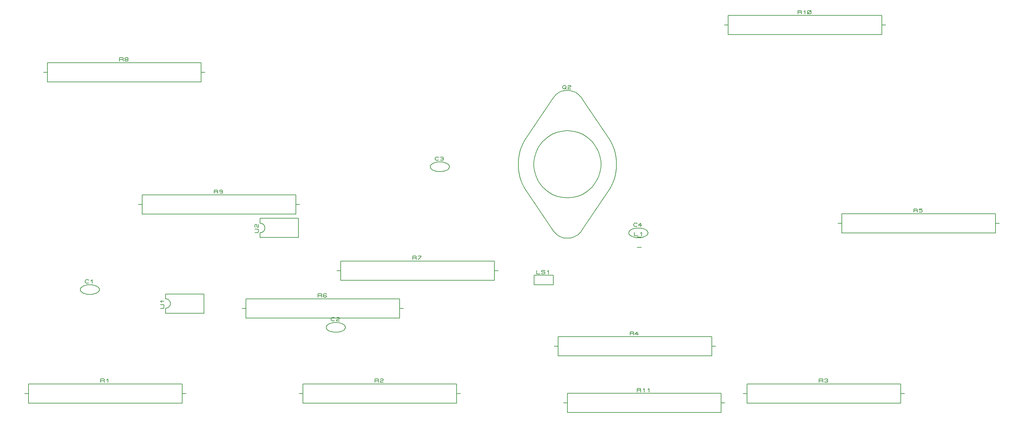
<source format=gbr>
G04 PROTEUS GERBER X2 FILE*
%TF.GenerationSoftware,Labcenter,Proteus,8.13-SP0-Build31525*%
%TF.CreationDate,2025-12-25T14:29:14+00:00*%
%TF.FileFunction,Legend,Top*%
%TF.FilePolarity,Positive*%
%TF.Part,Single*%
%TF.SameCoordinates,{db0003a8-45e4-4f23-9e85-8f5fa2e6f16b}*%
%FSLAX45Y45*%
%MOMM*%
G01*
%TA.AperFunction,Material*%
%ADD19C,0.203200*%
%ADD70C,0.200000*%
%TD.AperFunction*%
D19*
X-10131000Y+3750000D02*
X-10125920Y+3775876D01*
X-10111315Y+3799848D01*
X-10088138Y+3821438D01*
X-10057340Y+3840170D01*
X-10019875Y+3855569D01*
X-9976695Y+3867158D01*
X-9928752Y+3874460D01*
X-9877000Y+3877000D01*
X-9623000Y+3750000D02*
X-9628080Y+3775876D01*
X-9642685Y+3799848D01*
X-9665862Y+3821438D01*
X-9696660Y+3840170D01*
X-9734125Y+3855569D01*
X-9777305Y+3867158D01*
X-9825248Y+3874460D01*
X-9877000Y+3877000D01*
X-10131000Y+3750000D02*
X-10125920Y+3724124D01*
X-10111315Y+3700152D01*
X-10088138Y+3678562D01*
X-10057340Y+3659830D01*
X-10019875Y+3644431D01*
X-9976695Y+3632842D01*
X-9928752Y+3625540D01*
X-9877000Y+3623000D01*
X-9623000Y+3750000D02*
X-9628080Y+3724124D01*
X-9642685Y+3700152D01*
X-9665862Y+3678562D01*
X-9696660Y+3659830D01*
X-9734125Y+3644431D01*
X-9777305Y+3632842D01*
X-9825248Y+3625540D01*
X-9877000Y+3623000D01*
X-9908750Y+3932880D02*
X-9924625Y+3917640D01*
X-9972250Y+3917640D01*
X-10004000Y+3948120D01*
X-10004000Y+3978600D01*
X-9972250Y+4009080D01*
X-9924625Y+4009080D01*
X-9908750Y+3993840D01*
X-9845250Y+3978600D02*
X-9813500Y+4009080D01*
X-9813500Y+3917640D01*
X-3627000Y+2750000D02*
X-3621920Y+2775876D01*
X-3607315Y+2799848D01*
X-3584138Y+2821438D01*
X-3553340Y+2840170D01*
X-3515875Y+2855569D01*
X-3472695Y+2867158D01*
X-3424752Y+2874460D01*
X-3373000Y+2877000D01*
X-3119000Y+2750000D02*
X-3124080Y+2775876D01*
X-3138685Y+2799848D01*
X-3161862Y+2821438D01*
X-3192660Y+2840170D01*
X-3230125Y+2855569D01*
X-3273305Y+2867158D01*
X-3321248Y+2874460D01*
X-3373000Y+2877000D01*
X-3627000Y+2750000D02*
X-3621920Y+2724124D01*
X-3607315Y+2700152D01*
X-3584138Y+2678562D01*
X-3553340Y+2659830D01*
X-3515875Y+2644431D01*
X-3472695Y+2632842D01*
X-3424752Y+2625540D01*
X-3373000Y+2623000D01*
X-3119000Y+2750000D02*
X-3124080Y+2724124D01*
X-3138685Y+2700152D01*
X-3161862Y+2678562D01*
X-3192660Y+2659830D01*
X-3230125Y+2644431D01*
X-3273305Y+2632842D01*
X-3321248Y+2625540D01*
X-3373000Y+2623000D01*
X-3404750Y+2932880D02*
X-3420625Y+2917640D01*
X-3468250Y+2917640D01*
X-3500000Y+2948120D01*
X-3500000Y+2978600D01*
X-3468250Y+3009080D01*
X-3420625Y+3009080D01*
X-3404750Y+2993840D01*
X-3357125Y+2993840D02*
X-3341250Y+3009080D01*
X-3293625Y+3009080D01*
X-3277750Y+2993840D01*
X-3277750Y+2978600D01*
X-3293625Y+2963360D01*
X-3341250Y+2963360D01*
X-3357125Y+2948120D01*
X-3357125Y+2917640D01*
X-3277750Y+2917640D01*
X-877000Y+7000000D02*
X-871920Y+7025876D01*
X-857315Y+7049848D01*
X-834138Y+7071438D01*
X-803340Y+7090170D01*
X-765875Y+7105569D01*
X-722695Y+7117158D01*
X-674752Y+7124460D01*
X-623000Y+7127000D01*
X-369000Y+7000000D02*
X-374080Y+7025876D01*
X-388685Y+7049848D01*
X-411862Y+7071438D01*
X-442660Y+7090170D01*
X-480125Y+7105569D01*
X-523305Y+7117158D01*
X-571248Y+7124460D01*
X-623000Y+7127000D01*
X-877000Y+7000000D02*
X-871920Y+6974124D01*
X-857315Y+6950152D01*
X-834138Y+6928562D01*
X-803340Y+6909830D01*
X-765875Y+6894431D01*
X-722695Y+6882842D01*
X-674752Y+6875540D01*
X-623000Y+6873000D01*
X-369000Y+7000000D02*
X-374080Y+6974124D01*
X-388685Y+6950152D01*
X-411862Y+6928562D01*
X-442660Y+6909830D01*
X-480125Y+6894431D01*
X-523305Y+6882842D01*
X-571248Y+6875540D01*
X-623000Y+6873000D01*
X-654750Y+7182880D02*
X-670625Y+7167640D01*
X-718250Y+7167640D01*
X-750000Y+7198120D01*
X-750000Y+7228600D01*
X-718250Y+7259080D01*
X-670625Y+7259080D01*
X-654750Y+7243840D01*
X-607125Y+7243840D02*
X-591250Y+7259080D01*
X-543625Y+7259080D01*
X-527750Y+7243840D01*
X-527750Y+7228600D01*
X-543625Y+7213360D01*
X-527750Y+7198120D01*
X-527750Y+7182880D01*
X-543625Y+7167640D01*
X-591250Y+7167640D01*
X-607125Y+7182880D01*
X-575375Y+7213360D02*
X-543625Y+7213360D01*
X+4373000Y+5250000D02*
X+4378080Y+5275876D01*
X+4392685Y+5299848D01*
X+4415862Y+5321438D01*
X+4446660Y+5340170D01*
X+4484125Y+5355569D01*
X+4527305Y+5367158D01*
X+4575248Y+5374460D01*
X+4627000Y+5377000D01*
X+4881000Y+5250000D02*
X+4875920Y+5275876D01*
X+4861315Y+5299848D01*
X+4838138Y+5321438D01*
X+4807340Y+5340170D01*
X+4769875Y+5355569D01*
X+4726695Y+5367158D01*
X+4678752Y+5374460D01*
X+4627000Y+5377000D01*
X+4373000Y+5250000D02*
X+4378080Y+5224124D01*
X+4392685Y+5200152D01*
X+4415862Y+5178562D01*
X+4446660Y+5159830D01*
X+4484125Y+5144431D01*
X+4527305Y+5132842D01*
X+4575248Y+5125540D01*
X+4627000Y+5123000D01*
X+4881000Y+5250000D02*
X+4875920Y+5224124D01*
X+4861315Y+5200152D01*
X+4838138Y+5178562D01*
X+4807340Y+5159830D01*
X+4769875Y+5144431D01*
X+4726695Y+5132842D01*
X+4678752Y+5125540D01*
X+4627000Y+5123000D01*
X+4595250Y+5432880D02*
X+4579375Y+5417640D01*
X+4531750Y+5417640D01*
X+4500000Y+5448120D01*
X+4500000Y+5478600D01*
X+4531750Y+5509080D01*
X+4579375Y+5509080D01*
X+4595250Y+5493840D01*
X+4722250Y+5448120D02*
X+4627000Y+5448120D01*
X+4690500Y+5509080D01*
X+4690500Y+5417640D01*
D70*
X+4595000Y+4865000D02*
X+4705000Y+4865000D01*
X+4595000Y+5135000D02*
X+4705000Y+5135000D01*
D19*
X+4523000Y+5266920D02*
X+4523000Y+5175480D01*
X+4618250Y+5175480D01*
X+4681750Y+5236440D02*
X+4713500Y+5266920D01*
X+4713500Y+5175480D01*
X+1873000Y+3873000D02*
X+2381000Y+3873000D01*
X+2381000Y+4127000D01*
X+1873000Y+4127000D01*
X+1873000Y+3873000D01*
X+1936500Y+4259080D02*
X+1936500Y+4167640D01*
X+2031750Y+4167640D01*
X+2063500Y+4182880D02*
X+2079375Y+4167640D01*
X+2142875Y+4167640D01*
X+2158750Y+4182880D01*
X+2158750Y+4198120D01*
X+2142875Y+4213360D01*
X+2079375Y+4213360D01*
X+2063500Y+4228600D01*
X+2063500Y+4243840D01*
X+2079375Y+4259080D01*
X+2142875Y+4259080D01*
X+2158750Y+4243840D01*
X+2222250Y+4228600D02*
X+2254000Y+4259080D01*
X+2254000Y+4167640D01*
X+3639000Y+7064580D02*
X+3636521Y+7130922D01*
X+3616435Y+7263608D01*
X+3574795Y+7396294D01*
X+3508059Y+7528980D01*
X+3408642Y+7661666D01*
X+3277464Y+7780194D01*
X+3144778Y+7861117D01*
X+3012092Y+7914067D01*
X+2879406Y+7944111D01*
X+2750000Y+7953580D01*
X+1861000Y+7064580D02*
X+1863479Y+7130922D01*
X+1883565Y+7263608D01*
X+1925205Y+7396294D01*
X+1991941Y+7528980D01*
X+2091358Y+7661666D01*
X+2222536Y+7780194D01*
X+2355222Y+7861117D01*
X+2487908Y+7914067D01*
X+2620594Y+7944111D01*
X+2750000Y+7953580D01*
X+1861000Y+7064580D02*
X+1863479Y+6998238D01*
X+1883565Y+6865552D01*
X+1925205Y+6732866D01*
X+1991941Y+6600180D01*
X+2091358Y+6467494D01*
X+2222536Y+6348966D01*
X+2355222Y+6268043D01*
X+2487908Y+6215093D01*
X+2620594Y+6185049D01*
X+2750000Y+6175580D01*
X+3639000Y+7064580D02*
X+3636521Y+6998238D01*
X+3616435Y+6865552D01*
X+3574795Y+6732866D01*
X+3508059Y+6600180D01*
X+3408642Y+6467494D01*
X+3277464Y+6348966D01*
X+3144778Y+6268043D01*
X+3012092Y+6215093D01*
X+2879406Y+6185049D01*
X+2750000Y+6175580D01*
X+3156400Y+8771460D02*
X+3867600Y+7717360D01*
X+2369000Y+8809560D02*
X+2399748Y+8855082D01*
X+2436389Y+8896079D01*
X+2478389Y+8932075D01*
X+2525210Y+8962595D01*
X+2576318Y+8987162D01*
X+2631176Y+9005299D01*
X+2689248Y+9016530D01*
X+2750000Y+9020380D01*
X+3156400Y+8771460D02*
X+3123623Y+8826641D01*
X+3084685Y+8875719D01*
X+3040091Y+8918309D01*
X+2990348Y+8954022D01*
X+2935961Y+8982473D01*
X+2877437Y+9003275D01*
X+2815281Y+9016039D01*
X+2750000Y+9020380D01*
X+4045400Y+7064580D02*
X+4042448Y+6974023D01*
X+4033692Y+6885431D01*
X+4019280Y+6799100D01*
X+3999362Y+6715330D01*
X+3974086Y+6634417D01*
X+3943602Y+6556659D01*
X+3908056Y+6482354D01*
X+3867600Y+6411800D01*
X+4045400Y+7064580D02*
X+4042448Y+7155137D01*
X+4033692Y+7243729D01*
X+4019280Y+7330060D01*
X+3999362Y+7413830D01*
X+3974086Y+7494743D01*
X+3943602Y+7572501D01*
X+3908056Y+7646806D01*
X+3867600Y+7717360D01*
X+3143700Y+5329760D02*
X+3111156Y+5282343D01*
X+3072898Y+5239511D01*
X+3029400Y+5201798D01*
X+2981140Y+5169740D01*
X+2928594Y+5143874D01*
X+2872238Y+5124734D01*
X+2812548Y+5112858D01*
X+2750000Y+5108780D01*
X+2356300Y+5345000D02*
X+2387281Y+5294011D01*
X+2424602Y+5248083D01*
X+2467698Y+5207751D01*
X+2516002Y+5173550D01*
X+2568950Y+5146017D01*
X+2625976Y+5125687D01*
X+2686515Y+5113096D01*
X+2750000Y+5108780D01*
X+1632400Y+6409260D02*
X+2356300Y+5345000D01*
X+3867600Y+6411800D02*
X+3143700Y+5329760D01*
X+2369000Y+8809560D02*
X+1632400Y+7717360D01*
X+1454600Y+7064580D02*
X+1457552Y+6974018D01*
X+1466308Y+6885391D01*
X+1480720Y+6798966D01*
X+1500638Y+6715012D01*
X+1525914Y+6633797D01*
X+1556398Y+6555588D01*
X+1591944Y+6480653D01*
X+1632400Y+6409260D01*
X+1454600Y+7064580D02*
X+1457552Y+7155137D01*
X+1466308Y+7243729D01*
X+1480720Y+7330060D01*
X+1500638Y+7413830D01*
X+1525914Y+7494743D01*
X+1556398Y+7572501D01*
X+1591944Y+7646806D01*
X+1632400Y+7717360D01*
X+2623000Y+9121980D02*
X+2654750Y+9152460D01*
X+2686500Y+9152460D01*
X+2718250Y+9121980D01*
X+2718250Y+9091500D01*
X+2686500Y+9061020D01*
X+2654750Y+9061020D01*
X+2623000Y+9091500D01*
X+2623000Y+9121980D01*
X+2686500Y+9091500D02*
X+2718250Y+9061020D01*
X+2765875Y+9137220D02*
X+2781750Y+9152460D01*
X+2829375Y+9152460D01*
X+2845250Y+9137220D01*
X+2845250Y+9121980D01*
X+2829375Y+9106740D01*
X+2781750Y+9106740D01*
X+2765875Y+9091500D01*
X+2765875Y+9061020D01*
X+2845250Y+9061020D01*
X-11597600Y+1000000D02*
X-11496000Y+1000000D01*
X-11496000Y+746000D02*
X-7432000Y+746000D01*
X-7432000Y+1254000D01*
X-11496000Y+1254000D01*
X-11496000Y+746000D01*
X-7432000Y+1000000D02*
X-7330400Y+1000000D01*
X-9591000Y+1294640D02*
X-9591000Y+1386080D01*
X-9511625Y+1386080D01*
X-9495750Y+1370840D01*
X-9495750Y+1355600D01*
X-9511625Y+1340360D01*
X-9591000Y+1340360D01*
X-9511625Y+1340360D02*
X-9495750Y+1325120D01*
X-9495750Y+1294640D01*
X-9432250Y+1355600D02*
X-9400500Y+1386080D01*
X-9400500Y+1294640D01*
X-4347600Y+1000000D02*
X-4246000Y+1000000D01*
X-4246000Y+746000D02*
X-182000Y+746000D01*
X-182000Y+1254000D01*
X-4246000Y+1254000D01*
X-4246000Y+746000D01*
X-182000Y+1000000D02*
X-80400Y+1000000D01*
X-2341000Y+1294640D02*
X-2341000Y+1386080D01*
X-2261625Y+1386080D01*
X-2245750Y+1370840D01*
X-2245750Y+1355600D01*
X-2261625Y+1340360D01*
X-2341000Y+1340360D01*
X-2261625Y+1340360D02*
X-2245750Y+1325120D01*
X-2245750Y+1294640D01*
X-2198125Y+1370840D02*
X-2182250Y+1386080D01*
X-2134625Y+1386080D01*
X-2118750Y+1370840D01*
X-2118750Y+1355600D01*
X-2134625Y+1340360D01*
X-2182250Y+1340360D01*
X-2198125Y+1325120D01*
X-2198125Y+1294640D01*
X-2118750Y+1294640D01*
X+7402400Y+1000000D02*
X+7504000Y+1000000D01*
X+7504000Y+746000D02*
X+11568000Y+746000D01*
X+11568000Y+1254000D01*
X+7504000Y+1254000D01*
X+7504000Y+746000D01*
X+11568000Y+1000000D02*
X+11669600Y+1000000D01*
X+9409000Y+1294640D02*
X+9409000Y+1386080D01*
X+9488375Y+1386080D01*
X+9504250Y+1370840D01*
X+9504250Y+1355600D01*
X+9488375Y+1340360D01*
X+9409000Y+1340360D01*
X+9488375Y+1340360D02*
X+9504250Y+1325120D01*
X+9504250Y+1294640D01*
X+9551875Y+1370840D02*
X+9567750Y+1386080D01*
X+9615375Y+1386080D01*
X+9631250Y+1370840D01*
X+9631250Y+1355600D01*
X+9615375Y+1340360D01*
X+9631250Y+1325120D01*
X+9631250Y+1309880D01*
X+9615375Y+1294640D01*
X+9567750Y+1294640D01*
X+9551875Y+1309880D01*
X+9583625Y+1340360D02*
X+9615375Y+1340360D01*
X+2402400Y+2250000D02*
X+2504000Y+2250000D01*
X+2504000Y+1996000D02*
X+6568000Y+1996000D01*
X+6568000Y+2504000D01*
X+2504000Y+2504000D01*
X+2504000Y+1996000D01*
X+6568000Y+2250000D02*
X+6669600Y+2250000D01*
X+4409000Y+2544640D02*
X+4409000Y+2636080D01*
X+4488375Y+2636080D01*
X+4504250Y+2620840D01*
X+4504250Y+2605600D01*
X+4488375Y+2590360D01*
X+4409000Y+2590360D01*
X+4488375Y+2590360D02*
X+4504250Y+2575120D01*
X+4504250Y+2544640D01*
X+4631250Y+2575120D02*
X+4536000Y+2575120D01*
X+4599500Y+2636080D01*
X+4599500Y+2544640D01*
X+9902400Y+5500000D02*
X+10004000Y+5500000D01*
X+10004000Y+5246000D02*
X+14068000Y+5246000D01*
X+14068000Y+5754000D01*
X+10004000Y+5754000D01*
X+10004000Y+5246000D01*
X+14068000Y+5500000D02*
X+14169600Y+5500000D01*
X+11909000Y+5794640D02*
X+11909000Y+5886080D01*
X+11988375Y+5886080D01*
X+12004250Y+5870840D01*
X+12004250Y+5855600D01*
X+11988375Y+5840360D01*
X+11909000Y+5840360D01*
X+11988375Y+5840360D02*
X+12004250Y+5825120D01*
X+12004250Y+5794640D01*
X+12131250Y+5886080D02*
X+12051875Y+5886080D01*
X+12051875Y+5855600D01*
X+12115375Y+5855600D01*
X+12131250Y+5840360D01*
X+12131250Y+5809880D01*
X+12115375Y+5794640D01*
X+12067750Y+5794640D01*
X+12051875Y+5809880D01*
X-5847600Y+3250000D02*
X-5746000Y+3250000D01*
X-5746000Y+2996000D02*
X-1682000Y+2996000D01*
X-1682000Y+3504000D01*
X-5746000Y+3504000D01*
X-5746000Y+2996000D01*
X-1682000Y+3250000D02*
X-1580400Y+3250000D01*
X-3841000Y+3544640D02*
X-3841000Y+3636080D01*
X-3761625Y+3636080D01*
X-3745750Y+3620840D01*
X-3745750Y+3605600D01*
X-3761625Y+3590360D01*
X-3841000Y+3590360D01*
X-3761625Y+3590360D02*
X-3745750Y+3575120D01*
X-3745750Y+3544640D01*
X-3618750Y+3620840D02*
X-3634625Y+3636080D01*
X-3682250Y+3636080D01*
X-3698125Y+3620840D01*
X-3698125Y+3559880D01*
X-3682250Y+3544640D01*
X-3634625Y+3544640D01*
X-3618750Y+3559880D01*
X-3618750Y+3575120D01*
X-3634625Y+3590360D01*
X-3698125Y+3590360D01*
X-3347600Y+4250000D02*
X-3246000Y+4250000D01*
X-3246000Y+3996000D02*
X+818000Y+3996000D01*
X+818000Y+4504000D01*
X-3246000Y+4504000D01*
X-3246000Y+3996000D01*
X+818000Y+4250000D02*
X+919600Y+4250000D01*
X-1341000Y+4544640D02*
X-1341000Y+4636080D01*
X-1261625Y+4636080D01*
X-1245750Y+4620840D01*
X-1245750Y+4605600D01*
X-1261625Y+4590360D01*
X-1341000Y+4590360D01*
X-1261625Y+4590360D02*
X-1245750Y+4575120D01*
X-1245750Y+4544640D01*
X-1198125Y+4636080D02*
X-1118750Y+4636080D01*
X-1118750Y+4620840D01*
X-1198125Y+4544640D01*
X-11097600Y+9500000D02*
X-10996000Y+9500000D01*
X-10996000Y+9246000D02*
X-6932000Y+9246000D01*
X-6932000Y+9754000D01*
X-10996000Y+9754000D01*
X-10996000Y+9246000D01*
X-6932000Y+9500000D02*
X-6830400Y+9500000D01*
X-9091000Y+9794640D02*
X-9091000Y+9886080D01*
X-9011625Y+9886080D01*
X-8995750Y+9870840D01*
X-8995750Y+9855600D01*
X-9011625Y+9840360D01*
X-9091000Y+9840360D01*
X-9011625Y+9840360D02*
X-8995750Y+9825120D01*
X-8995750Y+9794640D01*
X-8932250Y+9840360D02*
X-8948125Y+9855600D01*
X-8948125Y+9870840D01*
X-8932250Y+9886080D01*
X-8884625Y+9886080D01*
X-8868750Y+9870840D01*
X-8868750Y+9855600D01*
X-8884625Y+9840360D01*
X-8932250Y+9840360D01*
X-8948125Y+9825120D01*
X-8948125Y+9809880D01*
X-8932250Y+9794640D01*
X-8884625Y+9794640D01*
X-8868750Y+9809880D01*
X-8868750Y+9825120D01*
X-8884625Y+9840360D01*
X-8597600Y+6000000D02*
X-8496000Y+6000000D01*
X-8496000Y+5746000D02*
X-4432000Y+5746000D01*
X-4432000Y+6254000D01*
X-8496000Y+6254000D01*
X-8496000Y+5746000D01*
X-4432000Y+6000000D02*
X-4330400Y+6000000D01*
X-6591000Y+6294640D02*
X-6591000Y+6386080D01*
X-6511625Y+6386080D01*
X-6495750Y+6370840D01*
X-6495750Y+6355600D01*
X-6511625Y+6340360D01*
X-6591000Y+6340360D01*
X-6511625Y+6340360D02*
X-6495750Y+6325120D01*
X-6495750Y+6294640D01*
X-6368750Y+6355600D02*
X-6384625Y+6340360D01*
X-6432250Y+6340360D01*
X-6448125Y+6355600D01*
X-6448125Y+6370840D01*
X-6432250Y+6386080D01*
X-6384625Y+6386080D01*
X-6368750Y+6370840D01*
X-6368750Y+6309880D01*
X-6384625Y+6294640D01*
X-6432250Y+6294640D01*
X+6902400Y+10750000D02*
X+7004000Y+10750000D01*
X+7004000Y+10496000D02*
X+11068000Y+10496000D01*
X+11068000Y+11004000D01*
X+7004000Y+11004000D01*
X+7004000Y+10496000D01*
X+11068000Y+10750000D02*
X+11169600Y+10750000D01*
X+8845500Y+11044640D02*
X+8845500Y+11136080D01*
X+8924875Y+11136080D01*
X+8940750Y+11120840D01*
X+8940750Y+11105600D01*
X+8924875Y+11090360D01*
X+8845500Y+11090360D01*
X+8924875Y+11090360D02*
X+8940750Y+11075120D01*
X+8940750Y+11044640D01*
X+9004250Y+11105600D02*
X+9036000Y+11136080D01*
X+9036000Y+11044640D01*
X+9099500Y+11059880D02*
X+9099500Y+11120840D01*
X+9115375Y+11136080D01*
X+9178875Y+11136080D01*
X+9194750Y+11120840D01*
X+9194750Y+11059880D01*
X+9178875Y+11044640D01*
X+9115375Y+11044640D01*
X+9099500Y+11059880D01*
X+9099500Y+11044640D02*
X+9194750Y+11136080D01*
X+2652400Y+750000D02*
X+2754000Y+750000D01*
X+2754000Y+496000D02*
X+6818000Y+496000D01*
X+6818000Y+1004000D01*
X+2754000Y+1004000D01*
X+2754000Y+496000D01*
X+6818000Y+750000D02*
X+6919600Y+750000D01*
X+4595500Y+1044640D02*
X+4595500Y+1136080D01*
X+4674875Y+1136080D01*
X+4690750Y+1120840D01*
X+4690750Y+1105600D01*
X+4674875Y+1090360D01*
X+4595500Y+1090360D01*
X+4674875Y+1090360D02*
X+4690750Y+1075120D01*
X+4690750Y+1044640D01*
X+4754250Y+1105600D02*
X+4786000Y+1136080D01*
X+4786000Y+1044640D01*
X+4881250Y+1105600D02*
X+4913000Y+1136080D01*
X+4913000Y+1044640D01*
X-7877000Y+3508000D02*
X-7877000Y+3635000D01*
X-6861000Y+3635000D01*
X-6861000Y+3127000D01*
X-7877000Y+3127000D01*
X-7877000Y+3254000D01*
X-7750000Y+3381000D02*
X-7752436Y+3406876D01*
X-7759485Y+3430848D01*
X-7770762Y+3452438D01*
X-7785878Y+3471170D01*
X-7804446Y+3486569D01*
X-7826081Y+3498158D01*
X-7850394Y+3505460D01*
X-7877000Y+3508000D01*
X-7750000Y+3381000D02*
X-7752436Y+3354394D01*
X-7759485Y+3330081D01*
X-7770762Y+3308446D01*
X-7785878Y+3289878D01*
X-7804446Y+3274762D01*
X-7826081Y+3263485D01*
X-7850394Y+3256436D01*
X-7877000Y+3254000D01*
X-8009080Y+3254000D02*
X-7932880Y+3254000D01*
X-7917640Y+3269875D01*
X-7917640Y+3333375D01*
X-7932880Y+3349250D01*
X-8009080Y+3349250D01*
X-7978600Y+3412750D02*
X-8009080Y+3444500D01*
X-7917640Y+3444500D01*
X-5377000Y+5508000D02*
X-5377000Y+5635000D01*
X-4361000Y+5635000D01*
X-4361000Y+5127000D01*
X-5377000Y+5127000D01*
X-5377000Y+5254000D01*
X-5250000Y+5381000D02*
X-5252436Y+5406876D01*
X-5259485Y+5430848D01*
X-5270762Y+5452438D01*
X-5285878Y+5471170D01*
X-5304446Y+5486569D01*
X-5326081Y+5498158D01*
X-5350394Y+5505460D01*
X-5377000Y+5508000D01*
X-5250000Y+5381000D02*
X-5252436Y+5354394D01*
X-5259485Y+5330081D01*
X-5270762Y+5308446D01*
X-5285878Y+5289878D01*
X-5304446Y+5274762D01*
X-5326081Y+5263485D01*
X-5350394Y+5256436D01*
X-5377000Y+5254000D01*
X-5509080Y+5254000D02*
X-5432880Y+5254000D01*
X-5417640Y+5269875D01*
X-5417640Y+5333375D01*
X-5432880Y+5349250D01*
X-5509080Y+5349250D01*
X-5493840Y+5396875D02*
X-5509080Y+5412750D01*
X-5509080Y+5460375D01*
X-5493840Y+5476250D01*
X-5478600Y+5476250D01*
X-5463360Y+5460375D01*
X-5463360Y+5412750D01*
X-5448120Y+5396875D01*
X-5417640Y+5396875D01*
X-5417640Y+5476250D01*
M02*

</source>
